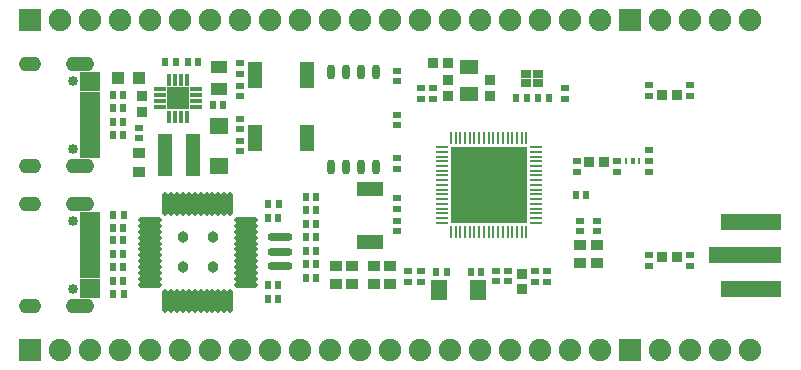
<source format=gts>
G04*
G04 #@! TF.GenerationSoftware,Altium Limited,Altium Designer,21.1.1 (26)*
G04*
G04 Layer_Color=8388736*
%FSLAX25Y25*%
%MOIN*%
G70*
G04*
G04 #@! TF.SameCoordinates,92C3B5E9-EA3E-484C-A3A4-AEB32AC4DFB4*
G04*
G04*
G04 #@! TF.FilePolarity,Negative*
G04*
G01*
G75*
%ADD25R,0.04000X0.00800*%
%ADD26R,0.00800X0.04000*%
%ADD54R,0.02769X0.02375*%
%ADD55R,0.25600X0.25600*%
%ADD56R,0.03800X0.03800*%
%ADD57R,0.04934X0.08674*%
%ADD58R,0.03300X0.03800*%
%ADD59R,0.08674X0.04934*%
%ADD60R,0.02375X0.02769*%
G04:AMPARAMS|DCode=61|XSize=47.37mil|YSize=25.72mil|CornerRadius=8.43mil|HoleSize=0mil|Usage=FLASHONLY|Rotation=270.000|XOffset=0mil|YOffset=0mil|HoleType=Round|Shape=RoundedRectangle|*
%AMROUNDEDRECTD61*
21,1,0.04737,0.00886,0,0,270.0*
21,1,0.03051,0.02572,0,0,270.0*
1,1,0.01686,-0.00443,-0.01526*
1,1,0.01686,-0.00443,0.01526*
1,1,0.01686,0.00443,0.01526*
1,1,0.01686,0.00443,-0.01526*
%
%ADD61ROUNDEDRECTD61*%
%ADD62R,0.05800X0.04300*%
%ADD63R,0.03753X0.03162*%
%ADD64R,0.06300X0.04800*%
%ADD65R,0.03800X0.03800*%
%ADD66R,0.03950X0.03753*%
%ADD67R,0.01784X0.03950*%
%ADD68R,0.03950X0.01784*%
%ADD69R,0.07493X0.07493*%
%ADD70R,0.04658X0.14186*%
%ADD71R,0.06312X0.05524*%
%ADD72R,0.04300X0.04300*%
%ADD73R,0.01024X0.02087*%
%ADD74R,0.01496X0.02284*%
%ADD75R,0.03800X0.03300*%
%ADD76R,0.24422X0.05524*%
%ADD77R,0.20485X0.05524*%
%ADD78O,0.01900X0.07887*%
%ADD79O,0.07887X0.01900*%
%ADD80R,0.06509X0.01981*%
%ADD81R,0.05524X0.06706*%
G04:AMPARAMS|DCode=82|XSize=23.75mil|YSize=82.8mil|CornerRadius=7.94mil|HoleSize=0mil|Usage=FLASHONLY|Rotation=90.000|XOffset=0mil|YOffset=0mil|HoleType=Round|Shape=RoundedRectangle|*
%AMROUNDEDRECTD82*
21,1,0.02375,0.06693,0,0,90.0*
21,1,0.00787,0.08280,0,0,90.0*
1,1,0.01587,0.03347,0.00394*
1,1,0.01587,0.03347,-0.00394*
1,1,0.01587,-0.03347,-0.00394*
1,1,0.01587,-0.03347,0.00394*
%
%ADD82ROUNDEDRECTD82*%
%ADD83C,0.03800*%
%ADD84C,0.07493*%
%ADD85R,0.07493X0.07493*%
%ADD86C,0.03359*%
G04:AMPARAMS|DCode=87|XSize=47.37mil|YSize=70.99mil|CornerRadius=18.76mil|HoleSize=0mil|Usage=FLASHONLY|Rotation=270.000|XOffset=0mil|YOffset=0mil|HoleType=Round|Shape=RoundedRectangle|*
%AMROUNDEDRECTD87*
21,1,0.04737,0.03347,0,0,270.0*
21,1,0.00984,0.07099,0,0,270.0*
1,1,0.03753,-0.01673,-0.00492*
1,1,0.03753,-0.01673,0.00492*
1,1,0.03753,0.01673,0.00492*
1,1,0.03753,0.01673,-0.00492*
%
%ADD87ROUNDEDRECTD87*%
G04:AMPARAMS|DCode=88|XSize=47.37mil|YSize=90.68mil|CornerRadius=18.76mil|HoleSize=0mil|Usage=FLASHONLY|Rotation=270.000|XOffset=0mil|YOffset=0mil|HoleType=Round|Shape=RoundedRectangle|*
%AMROUNDEDRECTD88*
21,1,0.04737,0.05315,0,0,270.0*
21,1,0.00984,0.09068,0,0,270.0*
1,1,0.03753,-0.02657,-0.00492*
1,1,0.03753,-0.02657,0.00492*
1,1,0.03753,0.02657,0.00492*
1,1,0.03753,0.02657,-0.00492*
%
%ADD88ROUNDEDRECTD88*%
D25*
X473850Y362402D02*
D03*
Y363976D02*
D03*
Y365551D02*
D03*
Y367126D02*
D03*
Y368701D02*
D03*
Y370276D02*
D03*
Y371850D02*
D03*
Y373425D02*
D03*
Y375000D02*
D03*
Y376575D02*
D03*
Y378150D02*
D03*
Y379724D02*
D03*
Y381299D02*
D03*
Y382874D02*
D03*
Y384449D02*
D03*
Y386024D02*
D03*
Y387598D02*
D03*
X505150D02*
D03*
Y386024D02*
D03*
Y384449D02*
D03*
Y382874D02*
D03*
Y381299D02*
D03*
Y379724D02*
D03*
Y378150D02*
D03*
Y376575D02*
D03*
Y375000D02*
D03*
Y373425D02*
D03*
Y371850D02*
D03*
Y370276D02*
D03*
Y368701D02*
D03*
Y367126D02*
D03*
Y365551D02*
D03*
Y363976D02*
D03*
Y362402D02*
D03*
D26*
X476902Y390650D02*
D03*
X478476D02*
D03*
X480051D02*
D03*
X481626D02*
D03*
X483201D02*
D03*
X484776D02*
D03*
X486350D02*
D03*
X487925D02*
D03*
X489500D02*
D03*
X491075D02*
D03*
X492650D02*
D03*
X494224D02*
D03*
X495799D02*
D03*
X497374D02*
D03*
X498949D02*
D03*
X500524D02*
D03*
X502098D02*
D03*
Y359350D02*
D03*
X500524D02*
D03*
X498949D02*
D03*
X497374D02*
D03*
X495799D02*
D03*
X494224D02*
D03*
X492650D02*
D03*
X491075D02*
D03*
X489500D02*
D03*
X487925D02*
D03*
X486350D02*
D03*
X484776D02*
D03*
X483201D02*
D03*
X481626D02*
D03*
X480051D02*
D03*
X478476D02*
D03*
X476902D02*
D03*
D54*
X406500Y404654D02*
D03*
Y408000D02*
D03*
X509000Y342728D02*
D03*
X509000Y346271D02*
D03*
X492000D02*
D03*
Y342925D02*
D03*
X496000Y346271D02*
D03*
Y342925D02*
D03*
X459000Y398227D02*
D03*
Y394880D02*
D03*
X373000Y393847D02*
D03*
Y390500D02*
D03*
X467000Y403729D02*
D03*
X467000Y407272D02*
D03*
X515000Y403729D02*
D03*
X515000Y407272D02*
D03*
X471000Y403729D02*
D03*
X471000Y407272D02*
D03*
X505000Y346271D02*
D03*
X505000Y342728D02*
D03*
X525500Y362846D02*
D03*
Y359500D02*
D03*
X520000Y362846D02*
D03*
Y359500D02*
D03*
X406500Y389500D02*
D03*
Y386154D02*
D03*
X542900Y386500D02*
D03*
X542900Y382957D02*
D03*
X542900Y347957D02*
D03*
X542901Y351500D02*
D03*
X542900Y408271D02*
D03*
X542900Y404728D02*
D03*
X462500Y346271D02*
D03*
X462500Y342728D02*
D03*
X467000Y346271D02*
D03*
X467000Y342728D02*
D03*
X459000Y380457D02*
D03*
X459000Y384000D02*
D03*
X406500Y415543D02*
D03*
X406500Y412000D02*
D03*
X406500Y397043D02*
D03*
X406500Y393500D02*
D03*
X459000Y370500D02*
D03*
X459000Y366957D02*
D03*
X518799Y379357D02*
D03*
X518800Y382900D02*
D03*
X532199Y379357D02*
D03*
X532200Y382900D02*
D03*
X556500Y408271D02*
D03*
X556500Y404728D02*
D03*
X542900Y379357D02*
D03*
X542900Y382900D02*
D03*
X556500Y347957D02*
D03*
X556501Y351500D02*
D03*
X459000Y412847D02*
D03*
Y409500D02*
D03*
Y363000D02*
D03*
Y359653D02*
D03*
D55*
X489500Y375000D02*
D03*
D56*
X476000Y415800D02*
D03*
X470882D02*
D03*
D57*
X411480Y390500D02*
D03*
X429000D02*
D03*
Y411500D02*
D03*
X411480D02*
D03*
D58*
X500500Y345246D02*
D03*
Y340246D02*
D03*
D59*
X450000Y373520D02*
D03*
Y356000D02*
D03*
D60*
X428500Y366500D02*
D03*
X431847D02*
D03*
X367869Y365000D02*
D03*
X364327Y365000D02*
D03*
X367771Y356500D02*
D03*
X364425D02*
D03*
X367771Y343000D02*
D03*
X364425D02*
D03*
X367771Y360500D02*
D03*
X364425D02*
D03*
Y391500D02*
D03*
X367771D02*
D03*
X367869Y338500D02*
D03*
X364327Y338500D02*
D03*
X367771Y352000D02*
D03*
X364425D02*
D03*
Y347500D02*
D03*
X367771D02*
D03*
X506000Y403926D02*
D03*
X509543Y403925D02*
D03*
X502271Y403926D02*
D03*
X498728Y403926D02*
D03*
X397654Y401500D02*
D03*
X401000D02*
D03*
X385271Y416000D02*
D03*
X381728Y416000D02*
D03*
X389229Y416000D02*
D03*
X392772Y416000D02*
D03*
X518500Y371500D02*
D03*
X522043Y371500D02*
D03*
X475500Y346075D02*
D03*
X471957Y346075D02*
D03*
X483457Y346075D02*
D03*
X487000Y346074D02*
D03*
X415981Y368500D02*
D03*
X419524Y368500D02*
D03*
X428500Y348500D02*
D03*
X431847D02*
D03*
X367575Y400500D02*
D03*
X364229D02*
D03*
X367575Y396000D02*
D03*
X364229D02*
D03*
X419328Y341500D02*
D03*
X415981D02*
D03*
X364425Y405000D02*
D03*
X367771D02*
D03*
X419328Y337000D02*
D03*
X415981D02*
D03*
X428500Y344000D02*
D03*
X431847D02*
D03*
X428500Y362000D02*
D03*
X431847D02*
D03*
X428500Y371000D02*
D03*
X431847D02*
D03*
X428500Y353000D02*
D03*
X431847D02*
D03*
X428500Y357500D02*
D03*
X431847D02*
D03*
X419328Y364000D02*
D03*
X415981D02*
D03*
D61*
X452000Y412500D02*
D03*
X447000D02*
D03*
X442000D02*
D03*
X437000D02*
D03*
X452000Y381004D02*
D03*
X447000D02*
D03*
X442000D02*
D03*
X437000D02*
D03*
D62*
X399500Y407000D02*
D03*
Y414480D02*
D03*
D63*
X501933Y408925D02*
D03*
X506067D02*
D03*
Y412075D02*
D03*
X501933D02*
D03*
D64*
X483000Y405354D02*
D03*
Y414354D02*
D03*
D65*
X490000Y404813D02*
D03*
Y409931D02*
D03*
X374000Y404500D02*
D03*
Y399382D02*
D03*
X476001Y404813D02*
D03*
Y409931D02*
D03*
D66*
X525500Y355000D02*
D03*
Y348898D02*
D03*
X520000Y355000D02*
D03*
Y348898D02*
D03*
X444000Y348000D02*
D03*
Y341898D02*
D03*
X438500Y348000D02*
D03*
Y341898D02*
D03*
X373000Y385500D02*
D03*
Y379398D02*
D03*
X451200Y347979D02*
D03*
Y341876D02*
D03*
X456700Y347979D02*
D03*
Y341876D02*
D03*
D67*
X383047Y397799D02*
D03*
X385016D02*
D03*
X386984D02*
D03*
X388953D02*
D03*
Y410001D02*
D03*
X386984D02*
D03*
X385016D02*
D03*
X383047D02*
D03*
D68*
X392101Y401047D02*
D03*
Y403016D02*
D03*
Y404984D02*
D03*
Y406953D02*
D03*
X379899D02*
D03*
Y404984D02*
D03*
Y403016D02*
D03*
Y401047D02*
D03*
D69*
X386000Y404000D02*
D03*
D70*
X390831Y385000D02*
D03*
X381500D02*
D03*
D71*
X399500Y394693D02*
D03*
Y381307D02*
D03*
D72*
X366000Y410500D02*
D03*
X373000D02*
D03*
D73*
X539705Y382900D02*
D03*
X535295D02*
D03*
D74*
X537500Y382900D02*
D03*
D75*
X523000Y382600D02*
D03*
X528000D02*
D03*
X547200Y405100D02*
D03*
X552200D02*
D03*
X547200Y351100D02*
D03*
X552200D02*
D03*
D76*
X575000Y351500D02*
D03*
D77*
X576968Y362524D02*
D03*
Y340476D02*
D03*
D78*
X403327Y336455D02*
D03*
X401358D02*
D03*
X399390D02*
D03*
X397421D02*
D03*
X395453D02*
D03*
X393484D02*
D03*
X391516D02*
D03*
X389547D02*
D03*
X387579D02*
D03*
X385610D02*
D03*
X383642D02*
D03*
X381673D02*
D03*
Y368545D02*
D03*
X383642D02*
D03*
X385610D02*
D03*
X387579D02*
D03*
X389547D02*
D03*
X391516D02*
D03*
X393484D02*
D03*
X395453D02*
D03*
X397421D02*
D03*
X399390D02*
D03*
X401358D02*
D03*
X403327D02*
D03*
D79*
X376455Y341673D02*
D03*
Y343642D02*
D03*
Y345610D02*
D03*
Y347579D02*
D03*
Y349547D02*
D03*
Y351516D02*
D03*
Y353484D02*
D03*
Y355453D02*
D03*
Y357421D02*
D03*
Y359390D02*
D03*
Y361358D02*
D03*
Y363327D02*
D03*
X408545D02*
D03*
Y361358D02*
D03*
Y359390D02*
D03*
Y357421D02*
D03*
Y355453D02*
D03*
Y353484D02*
D03*
Y351516D02*
D03*
Y349547D02*
D03*
Y347579D02*
D03*
Y345610D02*
D03*
Y343642D02*
D03*
Y341673D02*
D03*
D80*
X356784Y391360D02*
D03*
Y393329D02*
D03*
Y405140D02*
D03*
Y403171D02*
D03*
Y397266D02*
D03*
Y399234D02*
D03*
Y401203D02*
D03*
Y395297D02*
D03*
Y389195D02*
D03*
Y388014D02*
D03*
Y407305D02*
D03*
Y408486D02*
D03*
Y384864D02*
D03*
Y386045D02*
D03*
Y410455D02*
D03*
Y411636D02*
D03*
Y344860D02*
D03*
Y346829D02*
D03*
Y358640D02*
D03*
Y356671D02*
D03*
Y350766D02*
D03*
Y352734D02*
D03*
Y354703D02*
D03*
Y348797D02*
D03*
Y342695D02*
D03*
Y341514D02*
D03*
Y360805D02*
D03*
Y361986D02*
D03*
Y338364D02*
D03*
Y339545D02*
D03*
Y363955D02*
D03*
Y365136D02*
D03*
D81*
X473000Y340000D02*
D03*
X485992D02*
D03*
D82*
X420000Y357500D02*
D03*
Y352776D02*
D03*
Y348051D02*
D03*
D83*
X387500Y357500D02*
D03*
X397500Y347500D02*
D03*
X387500D02*
D03*
X397500Y357500D02*
D03*
D84*
X576724Y430000D02*
D03*
X566724D02*
D03*
X556724D02*
D03*
X546724D02*
D03*
X576724Y320000D02*
D03*
X566724D02*
D03*
X556724D02*
D03*
X546724D02*
D03*
X526724Y430000D02*
D03*
X516724D02*
D03*
X506724D02*
D03*
X496724D02*
D03*
X346724D02*
D03*
X356724D02*
D03*
X366724D02*
D03*
X376724D02*
D03*
X386724D02*
D03*
X396724D02*
D03*
X406724D02*
D03*
X416724D02*
D03*
X426724D02*
D03*
X436724D02*
D03*
X446724D02*
D03*
X456724D02*
D03*
X466724D02*
D03*
X476724D02*
D03*
X486724D02*
D03*
X526724Y320000D02*
D03*
X516724D02*
D03*
X506724D02*
D03*
X496724D02*
D03*
X346724D02*
D03*
X356724D02*
D03*
X366724D02*
D03*
X376724D02*
D03*
X386724D02*
D03*
X396724D02*
D03*
X406724D02*
D03*
X416724D02*
D03*
X426724D02*
D03*
X436724D02*
D03*
X446724D02*
D03*
X456724D02*
D03*
X466724D02*
D03*
X476724D02*
D03*
X486724D02*
D03*
D85*
X536724Y430000D02*
D03*
Y320000D02*
D03*
X336724Y430000D02*
D03*
Y320000D02*
D03*
D86*
X351095Y386872D02*
D03*
Y409628D02*
D03*
Y340372D02*
D03*
Y363128D02*
D03*
D87*
X336724Y381242D02*
D03*
Y415258D02*
D03*
Y334742D02*
D03*
Y368758D02*
D03*
D88*
X353181Y381242D02*
D03*
Y415258D02*
D03*
Y334742D02*
D03*
Y368758D02*
D03*
M02*

</source>
